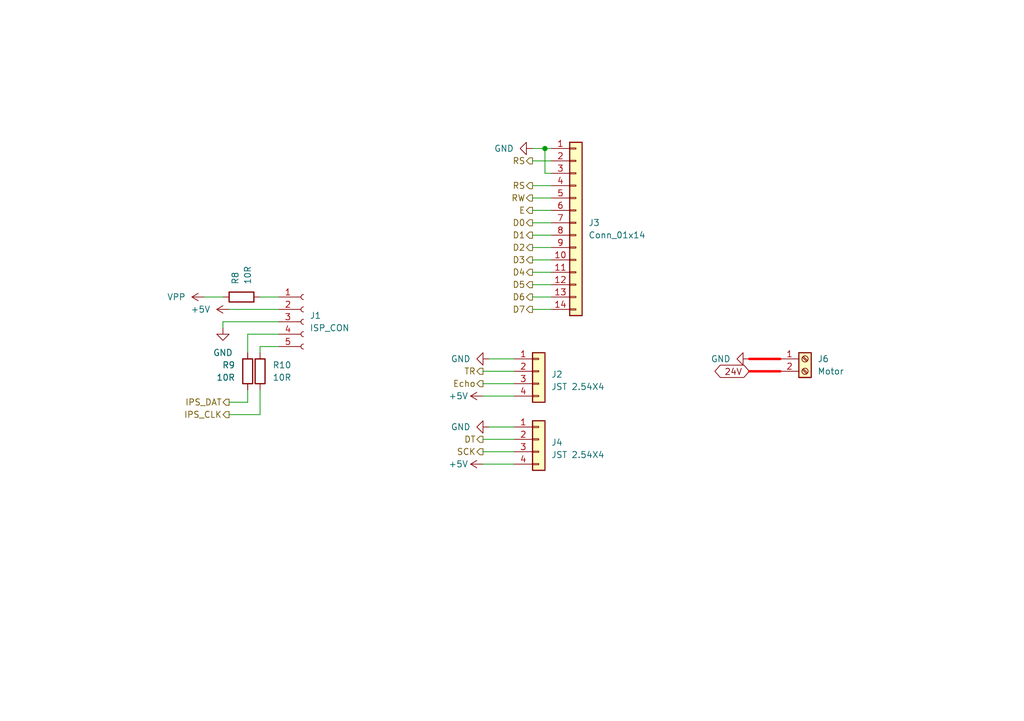
<source format=kicad_sch>
(kicad_sch (version 20231120) (generator "eeschema") (generator_version "8.0")
  (paper "A5")
  (title_block (title "HEADER") (date "2024-06-01"))
  (lib_symbols
    (symbol "Connector:Conn_01x05_Socket" (pin_names (offset 1.016) hide)
      (property "Reference" "J" (at 0 7.62 0))
      (property "Value" "Conn_01x05_Socket" (at 0 -7.62 0))
      (symbol "Conn_01x05_Socket_1_1"
        (arc (start 0 -4.572) (mid -0.5058 -5.08) (end 0 -5.588) (stroke (width 0.1524)))
        (arc (start 0 -2.032) (mid -0.5058 -2.54) (end 0 -3.048) (stroke (width 0.1524)))
        (polyline (pts (xy -1.27 -5.08) (xy -0.508 -5.08)) (stroke (width 0.1524)))
        (polyline (pts (xy -1.27 -2.54) (xy -0.508 -2.54)) (stroke (width 0.1524)))
        (polyline (pts (xy -1.27 0) (xy -0.508 0)) (stroke (width 0.1524)))
        (polyline (pts (xy -1.27 2.54) (xy -0.508 2.54)) (stroke (width 0.1524)))
        (polyline (pts (xy -1.27 5.08) (xy -0.508 5.08)) (stroke (width 0.1524)))
        (arc (start 0 0.508) (mid -0.5058 0) (end 0 -0.508) (stroke (width 0.1524)))
        (arc (start 0 3.048) (mid -0.5058 2.54) (end 0 2.032) (stroke (width 0.1524)))
        (arc (start 0 5.588) (mid -0.5058 5.08) (end 0 4.572) (stroke (width 0.1524)))
        (pin passive line (at -5.08 5.08 0) (length 3.81) (name "Pin_1") (number "1"))
        (pin passive line (at -5.08 2.54 0) (length 3.81) (name "Pin_2") (number "2"))
        (pin passive line (at -5.08 0 0) (length 3.81) (name "Pin_3") (number "3"))
        (pin passive line (at -5.08 -2.54 0) (length 3.81) (name "Pin_4") (number "4"))
        (pin passive line (at -5.08 -5.08 0) (length 3.81) (name "Pin_5") (number "5"))
      )
    )
    (symbol "Connector:Screw_Terminal_01x02" (pin_names (offset 1.016) hide)
      (property "Reference" "J" (at 0 2.54 0))
      (property "Value" "Screw_Terminal_01x02" (at 0 -5.08 0))
      (symbol "Screw_Terminal_01x02_1_1"
        (rectangle (start -1.27 1.27) (end 1.27 -3.81) (stroke (width 0.254)) (fill (type background)))
        (circle (center 0 -2.54) (radius 0.635) (stroke (width 0.1524)))
        (polyline (pts (xy -0.5334 -2.2098) (xy 0.3302 -3.048)) (stroke (width 0.1524)))
        (polyline (pts (xy -0.5334 0.3302) (xy 0.3302 -0.508)) (stroke (width 0.1524)))
        (polyline (pts (xy -0.3556 -2.032) (xy 0.508 -2.8702)) (stroke (width 0.1524)))
        (polyline (pts (xy -0.3556 0.508) (xy 0.508 -0.3302)) (stroke (width 0.1524)))
        (circle (center 0 0) (radius 0.635) (stroke (width 0.1524)))
        (pin passive line (at -5.08 0 0) (length 3.81) (name "Pin_1") (number "1"))
        (pin passive line (at -5.08 -2.54 0) (length 3.81) (name "Pin_2") (number "2"))
      )
    )
    (symbol "Connector_Generic:Conn_01x04" (pin_names (offset 1.016) hide)
      (property "Reference" "J" (at 0 5.08 0))
      (property "Value" "Conn_01x04" (at 0 -7.62 0))
      (symbol "Conn_01x04_1_1"
        (rectangle (start -1.27 -4.953) (end 0 -5.207) (stroke (width 0.1524)))
        (rectangle (start -1.27 -2.413) (end 0 -2.667) (stroke (width 0.1524)))
        (rectangle (start -1.27 0.127) (end 0 -0.127) (stroke (width 0.1524)))
        (rectangle (start -1.27 2.667) (end 0 2.413) (stroke (width 0.1524)))
        (rectangle (start -1.27 3.81) (end 1.27 -6.35) (stroke (width 0.254)) (fill (type background)))
        (pin passive line (at -5.08 2.54 0) (length 3.81) (name "Pin_1") (number "1"))
        (pin passive line (at -5.08 0 0) (length 3.81) (name "Pin_2") (number "2"))
        (pin passive line (at -5.08 -2.54 0) (length 3.81) (name "Pin_3") (number "3"))
        (pin passive line (at -5.08 -5.08 0) (length 3.81) (name "Pin_4") (number "4"))
      )
    )
    (symbol "Connector_Generic:Conn_01x14" (pin_names (offset 1.016) hide)
      (property "Reference" "J" (at 0 17.78 0))
      (property "Value" "Conn_01x14" (at 0 -20.32 0))
      (symbol "Conn_01x14_1_1"
        (rectangle (start -1.27 -17.653) (end 0 -17.907) (stroke (width 0.1524)))
        (rectangle (start -1.27 -15.113) (end 0 -15.367) (stroke (width 0.1524)))
        (rectangle (start -1.27 -12.573) (end 0 -12.827) (stroke (width 0.1524)))
        (rectangle (start -1.27 -10.033) (end 0 -10.287) (stroke (width 0.1524)))
        (rectangle (start -1.27 -7.493) (end 0 -7.747) (stroke (width 0.1524)))
        (rectangle (start -1.27 -4.953) (end 0 -5.207) (stroke (width 0.1524)))
        (rectangle (start -1.27 -2.413) (end 0 -2.667) (stroke (width 0.1524)))
        (rectangle (start -1.27 0.127) (end 0 -0.127) (stroke (width 0.1524)))
        (rectangle (start -1.27 2.667) (end 0 2.413) (stroke (width 0.1524)))
        (rectangle (start -1.27 5.207) (end 0 4.953) (stroke (width 0.1524)))
        (rectangle (start -1.27 7.747) (end 0 7.493) (stroke (width 0.1524)))
        (rectangle (start -1.27 10.287) (end 0 10.033) (stroke (width 0.1524)))
        (rectangle (start -1.27 12.827) (end 0 12.573) (stroke (width 0.1524)))
        (rectangle (start -1.27 15.367) (end 0 15.113) (stroke (width 0.1524)))
        (rectangle (start -1.27 16.51) (end 1.27 -19.05) (stroke (width 0.254)) (fill (type background)))
        (pin passive line (at -5.08 15.24 0) (length 3.81) (name "Pin_1") (number "1"))
        (pin passive line (at -5.08 -7.62 0) (length 3.81) (name "Pin_10") (number "10"))
        (pin passive line (at -5.08 -10.16 0) (length 3.81) (name "Pin_11") (number "11"))
        (pin passive line (at -5.08 -12.7 0) (length 3.81) (name "Pin_12") (number "12"))
        (pin passive line (at -5.08 -15.24 0) (length 3.81) (name "Pin_13") (number "13"))
        (pin passive line (at -5.08 -17.78 0) (length 3.81) (name "Pin_14") (number "14"))
        (pin passive line (at -5.08 12.7 0) (length 3.81) (name "Pin_2") (number "2"))
        (pin passive line (at -5.08 10.16 0) (length 3.81) (name "Pin_3") (number "3"))
        (pin passive line (at -5.08 7.62 0) (length 3.81) (name "Pin_4") (number "4"))
        (pin passive line (at -5.08 5.08 0) (length 3.81) (name "Pin_5") (number "5"))
        (pin passive line (at -5.08 2.54 0) (length 3.81) (name "Pin_6") (number "6"))
        (pin passive line (at -5.08 0 0) (length 3.81) (name "Pin_7") (number "7"))
        (pin passive line (at -5.08 -2.54 0) (length 3.81) (name "Pin_8") (number "8"))
        (pin passive line (at -5.08 -5.08 0) (length 3.81) (name "Pin_9") (number "9"))
      )
    )
    (symbol "Device:R" (pin_numbers hide) (pin_names (offset 0))
      (property "Reference" "R" (at 2.032 0 90))
      (property "Value" "R" (at 0 0 90))
      (symbol "R_0_1"
        (rectangle (start -1.016 -2.54) (end 1.016 2.54) (stroke (width 0.254)))
      )
      (symbol "R_1_1"
        (pin passive line (at 0 3.81 270) (length 1.27) (name "~") (number "1"))
        (pin passive line (at 0 -3.81 90) (length 1.27) (name "~") (number "2"))
      )
    )
    (symbol "GND_1" (power) (pin_numbers hide) (pin_names (offset 0) hide)
      (property "Value" "GND" (at 0 -3.81 0))
      (symbol "GND_1_0_1"
        (polyline (pts (xy 0 0) (xy 0 -1.27) (xy 1.27 -1.27) (xy 0 -2.54) (xy -1.27 -1.27) (xy 0 -1.27)))
      )
      (symbol "GND_1_1_1"
        (pin power_in line (at 0 0 270) (length 0) (name "~") (number "1"))
      )
    )
    (symbol "power:+5V" (power) (pin_names (offset 0))
      (property "Value" "+5V" (at 0 3.556 0))
      (symbol "+5V_0_1"
        (polyline (pts (xy -0.762 1.27) (xy 0 2.54)))
        (polyline (pts (xy 0 0) (xy 0 2.54)))
        (polyline (pts (xy 0 2.54) (xy 0.762 1.27)))
      )
      (symbol "+5V_1_1"
        (pin power_in line (at 0 0 90) (length 0) hide (name "+5V") (number "1"))
      )
    )
    (symbol "power:GND" (power) (pin_names (offset 0))
      (property "Value" "GND" (at 0 -3.81 0))
      (symbol "GND_0_1"
        (polyline (pts (xy 0 0) (xy 0 -1.27) (xy 1.27 -1.27) (xy 0 -2.54) (xy -1.27 -1.27) (xy 0 -1.27)))
      )
      (symbol "GND_1_1"
        (pin power_in line (at 0 0 270) (length 0) hide (name "GND") (number "1"))
      )
    )
    (symbol "power:VPP" (power) (pin_names (offset 0))
      (property "Value" "VPP" (at 0 3.81 0))
      (symbol "VPP_0_1"
        (polyline (pts (xy -0.762 1.27) (xy 0 2.54)))
        (polyline (pts (xy 0 0) (xy 0 2.54)))
        (polyline (pts (xy 0 2.54) (xy 0.762 1.27)))
      )
      (symbol "VPP_1_1"
        (pin power_in line (at 0 0 90) (length 0) hide (name "VPP") (number "1"))
      )
    )
  )
  (junction (at 111.76 30.48))
  (wire (pts (xy 50.8 68.58) (xy 57.15 68.58)))
  (wire (pts (xy 50.8 82.55) (xy 46.99 82.55)))
  (wire (pts (xy 111.76 30.48) (xy 113.03 30.48)))
  (wire (pts (xy 53.34 71.12) (xy 53.34 72.39)))
  (wire (pts (xy 45.72 67.31) (xy 45.72 66.04)))
  (wire (pts (xy 100.33 73.66) (xy 105.41 73.66)))
  (wire (pts (xy 109.22 53.34) (xy 113.03 53.34)))
  (wire (pts (xy 53.34 85.09) (xy 46.99 85.09)))
  (wire (pts (xy 109.22 55.88) (xy 113.03 55.88)))
  (wire (pts (xy 50.8 68.58) (xy 50.8 72.39)))
  (wire (pts (xy 153.67 76.2) (xy 160.02 76.2)) (stroke (width 0.5) (color 255 0 0 1)))
  (wire (pts (xy 109.22 38.1) (xy 113.03 38.1)))
  (wire (pts (xy 99.06 90.17) (xy 105.41 90.17)))
  (wire (pts (xy 53.34 80.01) (xy 53.34 85.09)))
  (wire (pts (xy 109.22 50.8) (xy 113.03 50.8)))
  (wire (pts (xy 99.06 78.74) (xy 105.41 78.74)))
  (wire (pts (xy 109.22 60.96) (xy 113.03 60.96)))
  (wire (pts (xy 109.22 63.5) (xy 113.03 63.5)))
  (wire (pts (xy 99.06 92.71) (xy 105.41 92.71)))
  (wire (pts (xy 109.22 48.26) (xy 113.03 48.26)))
  (wire (pts (xy 109.22 40.64) (xy 113.03 40.64)))
  (wire (pts (xy 46.99 63.5) (xy 57.15 63.5)))
  (wire (pts (xy 50.8 80.01) (xy 50.8 82.55)))
  (wire (pts (xy 99.06 81.28) (xy 105.41 81.28)))
  (wire (pts (xy 100.33 87.63) (xy 105.41 87.63)))
  (wire (pts (xy 109.22 30.48) (xy 111.76 30.48)))
  (wire (pts (xy 109.22 43.18) (xy 113.03 43.18)))
  (wire (pts (xy 99.06 76.2) (xy 105.41 76.2)))
  (wire (pts (xy 113.03 35.56) (xy 111.76 35.56)))
  (wire (pts (xy 109.22 45.72) (xy 113.03 45.72)))
  (wire (pts (xy 111.76 35.56) (xy 111.76 30.48)))
  (wire (pts (xy 153.67 73.66) (xy 160.02 73.66)) (stroke (width 0.5) (color 255 0 0 1)))
  (wire (pts (xy 109.22 58.42) (xy 113.03 58.42)))
  (wire (pts (xy 99.06 95.25) (xy 105.41 95.25)))
  (wire (pts (xy 53.34 71.12) (xy 57.15 71.12)))
  (wire (pts (xy 45.72 66.04) (xy 57.15 66.04)))
  (wire (pts (xy 57.15 60.96) (xy 53.34 60.96)))
  (wire (pts (xy 109.22 33.02) (xy 113.03 33.02)))
  (wire (pts (xy 41.91 60.96) (xy 45.72 60.96)))
  (global_label "24V" (shape bidirectional) (at 153.67 76.2 180) (property "Intersheetrefs" "${INTERSHEET_REFS}" (effects (hide yes))))
  (hierarchical_label "IPS_CLK" (shape output) (at 46.99 85.09 180))
  (hierarchical_label "E" (shape output) (at 109.22 43.18 180))
  (hierarchical_label "RS" (shape output) (at 109.22 33.02 180))
  (hierarchical_label "D6" (shape output) (at 109.22 60.96 180))
  (hierarchical_label "SCK" (shape output) (at 99.06 92.71 180))
  (hierarchical_label "Echo" (shape output) (at 99.06 78.74 180))
  (hierarchical_label "D4" (shape output) (at 109.22 55.88 180))
  (hierarchical_label "RS" (shape output) (at 109.22 38.1 180))
  (hierarchical_label "D3" (shape output) (at 109.22 53.34 180))
  (hierarchical_label "D7" (shape output) (at 109.22 63.5 180))
  (hierarchical_label "D1" (shape output) (at 109.22 48.26 180))
  (hierarchical_label "RW" (shape output) (at 109.22 40.64 180))
  (hierarchical_label "IPS_DAT" (shape output) (at 46.99 82.55 180))
  (hierarchical_label "TR" (shape output) (at 99.06 76.2 180))
  (hierarchical_label "D2" (shape output) (at 109.22 50.8 180))
  (hierarchical_label "DT" (shape output) (at 99.06 90.17 180))
  (hierarchical_label "D0" (shape output) (at 109.22 45.72 180))
  (hierarchical_label "D5" (shape output) (at 109.22 58.42 180))
  (symbol (lib_id "power:+5V") (at 46.99 63.5 90) (unit 1)
    (property "Reference" "#PWR013" (effects (hide yes)))
    (property "Value" "+5V" (at 43.18 63.5 90) (effects (justify left)))
  )
  (symbol (lib_id "power:VPP") (at 41.91 60.96 90) (unit 1)
    (property "Reference" "#PWR011" (effects (hide yes)))
    (property "Value" "VPP" (at 38.1 60.96 90) (effects (justify left)))
  )
  (symbol (lib_id "power:GND") (at 100.33 87.63 270) (unit 1)
    (property "Reference" "#PWR015" (effects (hide yes)))
    (property "Value" "GND" (at 96.52 87.63 90) (effects (justify right)))
  )
  (symbol (lib_id "Device:R") (at 50.8 76.2 0) (unit 1)
    (property "Reference" "R9" (at 48.26 74.93 0) (effects (justify right)))
    (property "Value" "10R" (at 48.26 77.47 0) (effects (justify right)))
    (property "Footprint" "Resistor_SMD:R_0603_1608Metric" (effects (hide yes)))
    (property "LKCL" "CL05930" (effects (hide yes)))
  )
  (symbol (lib_id "Device:R") (at 53.34 76.2 0) (mirror y) (unit 1)
    (property "Reference" "R10" (at 55.88 74.93 0) (effects (justify right)))
    (property "Value" "10R" (at 55.88 77.47 0) (effects (justify right)))
    (property "Footprint" "Resistor_SMD:R_0603_1608Metric" (effects (hide yes)))
    (property "LKCL" "CL05930" (effects (hide yes)))
  )
  (symbol (lib_id "Connector_Generic:Conn_01x04") (at 110.49 76.2 0) (unit 1)
    (property "Reference" "J2" (at 113.03 76.835 0) (effects (justify left)))
    (property "Value" "JST 2.54X4" (at 113.03 79.375 0) (effects (justify left)))
    (property "Footprint" "Connector_PinHeader_2.54mm:PinHeader_1x04_P2.54mm_Vertical" (effects (hide yes)))
  )
  (symbol (lib_id "Device:R") (at 49.53 60.96 90) (mirror x) (unit 1)
    (property "Reference" "R8" (at 48.26 58.42 0) (effects (justify right)))
    (property "Value" "10R" (at 50.8 58.42 0) (effects (justify right)))
    (property "Footprint" "Resistor_SMD:R_0603_1608Metric" (effects (hide yes)))
    (property "LKCL" "CL05930" (effects (hide yes)))
  )
  (symbol (lib_id "Connector_Generic:Conn_01x14") (at 118.11 45.72 0) (unit 1)
    (property "Reference" "J3" (at 120.65 45.7199 0) (effects (justify left)))
    (property "Value" "Conn_01x14" (at 120.65 48.2599 0) (effects (justify left)))
    (property "Footprint" "Connector_PinHeader_2.54mm:PinHeader_1x14_P2.54mm_Vertical" (effects (hide yes)))
    (property "Description" "Generic connector, single row, 01x14, script generated (kicad-library-utils/schlib/autogen/connector/)" (effects (hide yes)))
  )
  (symbol (lib_name "GND_1") (lib_id "power:GND") (at 109.22 30.48 270) (unit 1)
    (property "Reference" "#PWR017" (effects (hide yes)))
    (property "Value" "GND" (at 105.41 30.4799 90) (effects (justify right)))
    (property "Description" "Power symbol creates a global label with name \"GND\" , ground" (effects (hide yes)))
  )
  (symbol (lib_id "power:+5V") (at 99.06 95.25 90) (unit 1)
    (property "Reference" "#PWR014" (effects (hide yes)))
    (property "Value" "+5V" (at 91.948 95.25 90) (effects (justify right)))
  )
  (symbol (lib_id "power:+5V") (at 99.06 81.28 90) (unit 1)
    (property "Reference" "#PWR033" (effects (hide yes)))
    (property "Value" "+5V" (at 91.948 81.28 90) (effects (justify right)))
  )
  (symbol (lib_id "Connector:Conn_01x05_Socket") (at 62.23 66.04 0) (unit 1)
    (property "Reference" "J1" (at 63.5 64.77 0) (effects (justify left)))
    (property "Value" "ISP_CON" (at 63.5 67.31 0) (effects (justify left)))
    (property "Footprint" "Connector_PinHeader_2.54mm:PinHeader_1x05_P2.54mm_Vertical" (effects (hide yes)))
  )
  (symbol (lib_id "power:GND") (at 45.72 67.31 0) (unit 1)
    (property "Reference" "#PWR012" (effects (hide yes)))
    (property "Value" "GND" (at 45.72 72.39 0))
  )
  (symbol (lib_id "power:GND") (at 153.67 73.66 270) (unit 1)
    (property "Reference" "#PWR016" (effects (hide yes)))
    (property "Value" "GND" (at 149.86 73.66 90) (effects (justify right)))
  )
  (symbol (lib_id "Connector_Generic:Conn_01x04") (at 110.49 90.17 0) (unit 1)
    (property "Reference" "J4" (at 113.03 90.805 0) (effects (justify left)))
    (property "Value" "JST 2.54X4" (at 113.03 93.345 0) (effects (justify left)))
    (property "Footprint" "Connector_PinHeader_2.54mm:PinHeader_1x04_P2.54mm_Vertical" (effects (hide yes)))
  )
  (symbol (lib_id "Connector:Screw_Terminal_01x02") (at 165.1 73.66 0) (unit 1)
    (property "Reference" "J6" (at 167.64 73.66 0) (effects (justify left)))
    (property "Value" "Motor" (at 167.64 76.2 0) (effects (justify left)))
    (property "Footprint" "TerminalBlock_Phoenix:TerminalBlock_Phoenix_MKDS-1,5-2_1x02_P5.00mm_Horizontal" (effects (hide yes)))
  )
  (symbol (lib_id "power:GND") (at 100.33 73.66 270) (unit 1)
    (property "Reference" "#PWR032" (effects (hide yes)))
    (property "Value" "GND" (at 96.52 73.66 90) (effects (justify right)))
  )
)
</source>
